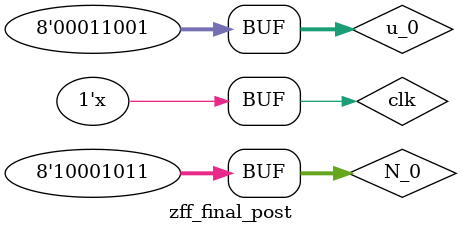
<source format=v>
`timescale 1ns / 1ps
module zff_final_post(
    );
  
   reg [7:0]N_0;
  reg clk;
  wire [15:0]fixed_point_tc_0;
  wire tlast_0;
  reg [7:0]u_0;
    
design_5_wrapper in88(
     .N_0(N_0),
    .clk_0(clk),
    .fixed_point_tc_0(fixed_point_tc_0),
    .tlast_0(tlast_0),
    .u_0(u_0));

  
  always #5 clk=~clk;

initial
begin 
clk=0;
N_0=139;
u_0=25;
end
endmodule
    

</source>
